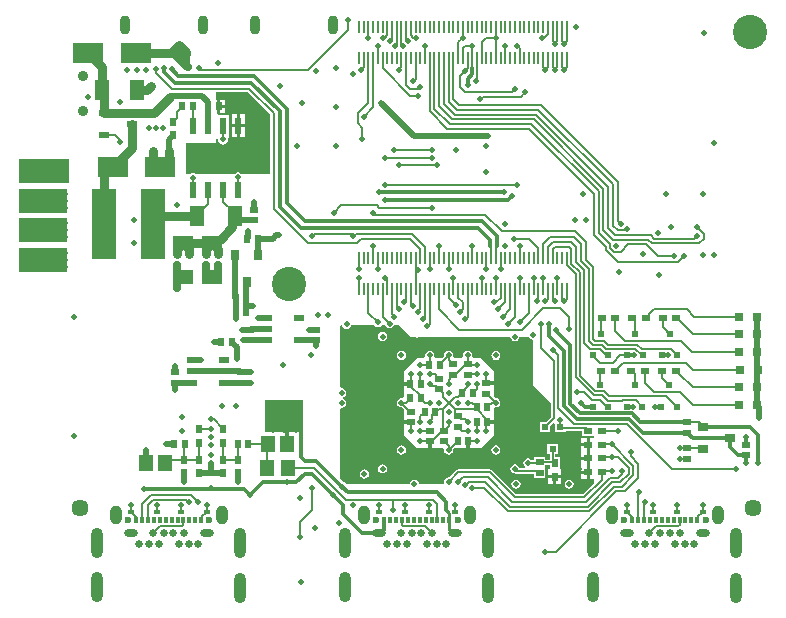
<source format=gbl>
G04*
G04 #@! TF.GenerationSoftware,Altium Limited,Altium Designer,19.0.15 (446)*
G04*
G04 Layer_Physical_Order=4*
G04 Layer_Color=16711680*
%FSLAX42Y42*%
%MOMM*%
G71*
G01*
G75*
%ADD10C,0.25*%
%ADD15C,0.20*%
%ADD16C,0.38*%
%ADD18C,0.15*%
%ADD25R,0.60X0.64*%
%ADD26R,0.75X0.60*%
%ADD27R,0.64X0.60*%
%ADD31R,0.60X0.75*%
%ADD53R,0.65X0.95*%
%ADD64R,1.30X1.40*%
%ADD131C,0.30*%
%ADD132C,0.51*%
%ADD133C,0.76*%
%ADD134C,0.64*%
%ADD135C,1.45*%
%ADD136C,0.90*%
%ADD137C,0.65*%
%ADD138O,1.15X0.65*%
%ADD139C,0.60*%
%ADD140O,1.00X1.60*%
%ADD141O,1.00X2.56*%
%ADD142O,0.90X1.60*%
%ADD143C,2.90*%
%ADD144C,0.46*%
%ADD145R,0.95X0.60*%
%ADD146R,0.80X0.80*%
%ADD147R,1.15X1.70*%
%ADD148R,1.80X1.30*%
%ADD149R,2.00X6.00*%
%ADD150R,0.60X1.45*%
%ADD151R,2.50X1.70*%
%ADD152R,1.30X1.80*%
%ADD153R,0.90X0.60*%
%ADD154R,0.60X0.55*%
%ADD155R,0.95X0.65*%
%ADD156R,0.50X0.30*%
%ADD157R,0.35X0.60*%
%ADD158R,1.15X1.35*%
%ADD159R,0.20X1.14*%
%ADD160R,4.10X2.00*%
%ADD161R,4.20X2.00*%
%ADD162R,3.20X2.80*%
G36*
X1759Y-883D02*
Y-1380D01*
X1515D01*
X1504Y-1372D01*
X1487Y-1369D01*
X1470Y-1372D01*
X1459Y-1380D01*
X1130Y-1380D01*
X1123Y-1375D01*
X1106Y-1372D01*
X1089Y-1375D01*
X1082Y-1380D01*
X1050D01*
Y-1120D01*
X1300D01*
Y-1086D01*
X1310Y-1077D01*
X1317Y-1087D01*
X1316Y-1090D01*
X1319Y-1107D01*
X1329Y-1121D01*
X1343Y-1131D01*
X1360Y-1134D01*
X1377Y-1131D01*
X1391Y-1121D01*
X1401Y-1107D01*
X1404Y-1090D01*
X1402Y-1081D01*
X1410Y-1068D01*
X1410D01*
Y-882D01*
X1320D01*
X1311Y-871D01*
X1310Y-869D01*
X1311Y-867D01*
X1311D01*
Y-810D01*
Y-753D01*
X1300D01*
Y-691D01*
X1567D01*
X1759Y-883D01*
D02*
G37*
G36*
X2638Y-2660D02*
X2643Y-2667D01*
X2655Y-2676D01*
X2670Y-2679D01*
X2685Y-2676D01*
X2697Y-2667D01*
X2702Y-2660D01*
X2733Y-2660D01*
X2734Y-2665D01*
X2743Y-2677D01*
X2755Y-2686D01*
X2770Y-2689D01*
X2785Y-2686D01*
X2797Y-2677D01*
X2806Y-2665D01*
X2807Y-2660D01*
X2850Y-2660D01*
X2950Y-2760D01*
X2991Y-2760D01*
X3000Y-2769D01*
Y-2940D01*
X2991Y-2949D01*
X2890Y-3050D01*
Y-3273D01*
X2877Y-3283D01*
X2870Y-3281D01*
X2855Y-3284D01*
X2843Y-3293D01*
X2834Y-3305D01*
X2831Y-3320D01*
X2834Y-3335D01*
X2843Y-3347D01*
X2855Y-3356D01*
X2870Y-3359D01*
X2872Y-3358D01*
X2890Y-3377D01*
Y-3590D01*
X3000Y-3700D01*
X3223D01*
X3233Y-3713D01*
X3231Y-3720D01*
X3234Y-3735D01*
X3243Y-3747D01*
X3255Y-3756D01*
X3270Y-3759D01*
X3285Y-3756D01*
X3297Y-3747D01*
X3306Y-3735D01*
X3309Y-3720D01*
X3308Y-3715D01*
X3323Y-3700D01*
X3540D01*
X3650Y-3590D01*
Y-3367D01*
X3663Y-3357D01*
X3670Y-3359D01*
X3685Y-3356D01*
X3697Y-3347D01*
X3706Y-3335D01*
X3709Y-3320D01*
X3706Y-3305D01*
X3697Y-3293D01*
X3685Y-3284D01*
X3670Y-3281D01*
X3668Y-3282D01*
X3650Y-3263D01*
Y-3050D01*
X3540Y-2940D01*
X3477D01*
X3467Y-2927D01*
X3469Y-2920D01*
X3466Y-2905D01*
X3457Y-2893D01*
X3445Y-2884D01*
X3430Y-2881D01*
X3415Y-2884D01*
X3403Y-2893D01*
X3394Y-2905D01*
X3391Y-2920D01*
X3393Y-2927D01*
X3383Y-2940D01*
X3317D01*
X3307Y-2927D01*
X3309Y-2920D01*
X3306Y-2905D01*
X3297Y-2893D01*
X3285Y-2884D01*
X3270Y-2881D01*
X3255Y-2884D01*
X3243Y-2893D01*
X3234Y-2905D01*
X3231Y-2920D01*
X3232Y-2922D01*
X3213Y-2940D01*
X3157D01*
X3147Y-2927D01*
X3149Y-2920D01*
X3146Y-2905D01*
X3137Y-2893D01*
X3125Y-2884D01*
X3110Y-2881D01*
X3095Y-2884D01*
X3083Y-2893D01*
X3074Y-2905D01*
X3071Y-2920D01*
X3073Y-2927D01*
X3063Y-2940D01*
X3000D01*
X3000Y-2769D01*
X3009Y-2760D01*
X3791D01*
X3794Y-2775D01*
X3803Y-2787D01*
X3815Y-2796D01*
X3830Y-2799D01*
X3845Y-2796D01*
X3857Y-2787D01*
X3866Y-2775D01*
X3869Y-2760D01*
X3950D01*
X3950Y-2761D01*
X3959Y-2773D01*
X3971Y-2782D01*
X3986Y-2785D01*
X3987Y-2785D01*
Y-3172D01*
X4134Y-3325D01*
Y-3442D01*
X4091Y-3485D01*
X4040D01*
Y-3570D01*
X4130D01*
Y-3519D01*
X4157Y-3492D01*
X4170Y-3497D01*
Y-3570D01*
X4260D01*
Y-3562D01*
X4397D01*
Y-3601D01*
X4500D01*
Y-3621D01*
X4465D01*
Y-3676D01*
X4453D01*
Y-3689D01*
X4390D01*
Y-3731D01*
X4390D01*
Y-3735D01*
X4390D01*
Y-3777D01*
X4452D01*
Y-3803D01*
X4390D01*
Y-3845D01*
X4390D01*
Y-3852D01*
X4390D01*
Y-3895D01*
X4453D01*
Y-3907D01*
X4465D01*
Y-3963D01*
X4500D01*
X4500Y-4001D01*
X4407Y-4094D01*
X3841D01*
X3638Y-3892D01*
X3630Y-3886D01*
X3620Y-3884D01*
X3350D01*
X3340Y-3886D01*
X3332Y-3892D01*
X3272Y-3952D01*
X3270Y-3951D01*
X3255Y-3954D01*
X3243Y-3963D01*
X3234Y-3975D01*
X3231Y-3990D01*
X3233Y-3997D01*
X3223Y-4010D01*
X3019D01*
X3016Y-3995D01*
X3007Y-3983D01*
X2995Y-3974D01*
X2980Y-3971D01*
X2965Y-3974D01*
X2953Y-3983D01*
X2944Y-3995D01*
X2941Y-4010D01*
X2402D01*
X2397Y-4003D01*
X2385Y-3994D01*
X2383Y-3994D01*
X2350Y-3961D01*
X2350Y-3373D01*
X2363Y-3362D01*
X2366Y-3363D01*
X2381Y-3360D01*
X2393Y-3351D01*
X2402Y-3339D01*
X2405Y-3324D01*
X2402Y-3309D01*
X2393Y-3297D01*
X2381Y-3288D01*
X2373Y-3286D01*
Y-3274D01*
X2381Y-3272D01*
X2393Y-3263D01*
X2402Y-3251D01*
X2405Y-3236D01*
X2402Y-3221D01*
X2393Y-3209D01*
X2381Y-3200D01*
X2366Y-3197D01*
X2363Y-3198D01*
X2350Y-3187D01*
X2350Y-2674D01*
X2361Y-2664D01*
X2369Y-2666D01*
X2370Y-2671D01*
X2379Y-2683D01*
X2391Y-2692D01*
X2406Y-2695D01*
X2421Y-2692D01*
X2433Y-2683D01*
X2442Y-2671D01*
X2444Y-2660D01*
X2638Y-2660D01*
D02*
G37*
%LPC*%
G36*
X1379Y-753D02*
X1337D01*
Y-797D01*
X1379D01*
Y-753D01*
D02*
G37*
G36*
Y-823D02*
X1337D01*
Y-867D01*
X1379D01*
Y-823D01*
D02*
G37*
G36*
X1542Y-877D02*
X1500D01*
Y-962D01*
X1542D01*
Y-877D01*
D02*
G37*
G36*
X1474D02*
X1432D01*
Y-962D01*
X1474D01*
Y-877D01*
D02*
G37*
G36*
X1542Y-988D02*
X1500D01*
Y-1073D01*
X1542D01*
Y-988D01*
D02*
G37*
G36*
X1474D02*
X1432D01*
Y-1073D01*
X1474D01*
Y-988D01*
D02*
G37*
G36*
X2710Y-2721D02*
X2695Y-2724D01*
X2683Y-2733D01*
X2674Y-2745D01*
X2671Y-2760D01*
X2674Y-2775D01*
X2683Y-2787D01*
X2695Y-2796D01*
X2710Y-2799D01*
X2725Y-2796D01*
X2737Y-2787D01*
X2746Y-2775D01*
X2749Y-2760D01*
X2746Y-2745D01*
X2737Y-2733D01*
X2725Y-2724D01*
X2710Y-2721D01*
D02*
G37*
G36*
X3670Y-2881D02*
X3655Y-2884D01*
X3643Y-2893D01*
X3634Y-2905D01*
X3631Y-2920D01*
X3634Y-2935D01*
X3643Y-2947D01*
X3655Y-2956D01*
X3670Y-2959D01*
X3685Y-2956D01*
X3697Y-2947D01*
X3706Y-2935D01*
X3709Y-2920D01*
X3706Y-2905D01*
X3697Y-2893D01*
X3685Y-2884D01*
X3670Y-2881D01*
D02*
G37*
G36*
X2870D02*
X2855Y-2884D01*
X2843Y-2893D01*
X2834Y-2905D01*
X2831Y-2920D01*
X2834Y-2935D01*
X2843Y-2947D01*
X2855Y-2956D01*
X2870Y-2959D01*
X2885Y-2956D01*
X2897Y-2947D01*
X2906Y-2935D01*
X2909Y-2920D01*
X2906Y-2905D01*
X2897Y-2893D01*
X2885Y-2884D01*
X2870Y-2881D01*
D02*
G37*
G36*
X4440Y-3621D02*
X4390D01*
Y-3663D01*
X4440D01*
Y-3621D01*
D02*
G37*
G36*
X3670Y-3681D02*
X3655Y-3684D01*
X3643Y-3693D01*
X3634Y-3705D01*
X3631Y-3720D01*
X3634Y-3735D01*
X3643Y-3747D01*
X3655Y-3756D01*
X3670Y-3759D01*
X3685Y-3756D01*
X3697Y-3747D01*
X3706Y-3735D01*
X3709Y-3720D01*
X3706Y-3705D01*
X3697Y-3693D01*
X3685Y-3684D01*
X3670Y-3681D01*
D02*
G37*
G36*
X2870D02*
X2855Y-3684D01*
X2843Y-3693D01*
X2834Y-3705D01*
X2831Y-3720D01*
X2834Y-3735D01*
X2843Y-3747D01*
X2855Y-3756D01*
X2870Y-3759D01*
X2885Y-3756D01*
X2897Y-3747D01*
X2906Y-3735D01*
X2909Y-3720D01*
X2906Y-3705D01*
X2897Y-3693D01*
X2885Y-3684D01*
X2870Y-3681D01*
D02*
G37*
G36*
X4195Y-3670D02*
X4105D01*
Y-3755D01*
X4127D01*
Y-3780D01*
X4125D01*
Y-3803D01*
X4087D01*
Y-3781D01*
X3993D01*
Y-3807D01*
X3970D01*
X3967Y-3803D01*
X3955Y-3794D01*
X3940Y-3791D01*
X3925Y-3794D01*
X3913Y-3803D01*
X3904Y-3815D01*
X3901Y-3830D01*
X3904Y-3845D01*
X3913Y-3857D01*
X3918Y-3861D01*
X3915Y-3874D01*
X3868D01*
X3866Y-3865D01*
X3857Y-3853D01*
X3845Y-3844D01*
X3830Y-3841D01*
X3815Y-3844D01*
X3803Y-3853D01*
X3794Y-3865D01*
X3791Y-3880D01*
X3794Y-3895D01*
X3803Y-3907D01*
X3815Y-3916D01*
X3830Y-3919D01*
X3832Y-3918D01*
X3840Y-3924D01*
X3850Y-3926D01*
X3993D01*
Y-3959D01*
X4087D01*
Y-3849D01*
X4125D01*
Y-3885D01*
X4115D01*
Y-3935D01*
X4170D01*
X4225D01*
Y-3885D01*
X4215D01*
Y-3780D01*
X4173D01*
Y-3755D01*
X4195D01*
Y-3670D01*
D02*
G37*
G36*
X2710Y-3841D02*
X2695Y-3844D01*
X2683Y-3853D01*
X2674Y-3865D01*
X2671Y-3880D01*
X2674Y-3895D01*
X2683Y-3907D01*
X2695Y-3916D01*
X2710Y-3919D01*
X2725Y-3916D01*
X2737Y-3907D01*
X2746Y-3895D01*
X2749Y-3880D01*
X2746Y-3865D01*
X2737Y-3853D01*
X2725Y-3844D01*
X2710Y-3841D01*
D02*
G37*
G36*
X2556Y-3885D02*
X2541Y-3888D01*
X2529Y-3897D01*
X2520Y-3909D01*
X2517Y-3924D01*
X2520Y-3939D01*
X2529Y-3951D01*
X2541Y-3960D01*
X2556Y-3963D01*
X2571Y-3960D01*
X2583Y-3951D01*
X2592Y-3939D01*
X2595Y-3924D01*
X2592Y-3909D01*
X2583Y-3897D01*
X2571Y-3888D01*
X2556Y-3885D01*
D02*
G37*
G36*
X4440Y-3920D02*
X4390D01*
Y-3963D01*
X4440D01*
Y-3920D01*
D02*
G37*
G36*
X4225Y-3960D02*
X4183D01*
Y-4010D01*
X4225D01*
Y-3960D01*
D02*
G37*
G36*
X4157D02*
X4115D01*
Y-4010D01*
X4157D01*
Y-3960D01*
D02*
G37*
G36*
X4290Y-3971D02*
X4275Y-3974D01*
X4263Y-3983D01*
X4254Y-3995D01*
X4251Y-4010D01*
X4254Y-4025D01*
X4263Y-4037D01*
X4275Y-4046D01*
X4290Y-4049D01*
X4305Y-4046D01*
X4317Y-4037D01*
X4326Y-4025D01*
X4329Y-4010D01*
X4326Y-3995D01*
X4317Y-3983D01*
X4305Y-3974D01*
X4290Y-3971D01*
D02*
G37*
G36*
X3840D02*
X3825Y-3974D01*
X3813Y-3983D01*
X3804Y-3995D01*
X3801Y-4010D01*
X3804Y-4025D01*
X3813Y-4037D01*
X3825Y-4046D01*
X3840Y-4049D01*
X3855Y-4046D01*
X3867Y-4037D01*
X3876Y-4025D01*
X3879Y-4010D01*
X3876Y-3995D01*
X3867Y-3983D01*
X3855Y-3974D01*
X3840Y-3971D01*
D02*
G37*
%LPD*%
D10*
X4453Y-3790D02*
Y-3676D01*
Y-3907D02*
Y-3790D01*
X3270Y-4278D02*
Y-4251D01*
X3250Y-4231D02*
X3270Y-4251D01*
X3275Y-4397D02*
X3302Y-4424D01*
X3320D01*
X3275Y-4397D02*
Y-4310D01*
X3270Y-4278D02*
X3270Y-4278D01*
Y-4305D02*
Y-4278D01*
Y-4305D02*
X3275Y-4310D01*
D15*
X2445Y-1890D02*
X2465Y-1910D01*
X3550Y-270D02*
X3590Y-230D01*
X3670D01*
X3550Y-400D02*
Y-270D01*
X3880Y-730D02*
X3920Y-690D01*
X1170Y-500D02*
X2080D01*
X2420Y-160D01*
Y-80D01*
X3850Y-300D02*
X3870Y-320D01*
Y-400D02*
Y-320D01*
X3563Y-730D02*
X3880D01*
X3543Y-750D02*
X3563Y-730D01*
X3538Y-750D02*
X3543D01*
X3370Y-650D02*
X3405Y-685D01*
X3805D02*
X3830Y-660D01*
X3405Y-685D02*
X3805D01*
X3500Y-600D02*
X3510Y-590D01*
X4700Y-1780D02*
Y-1450D01*
X4050Y-800D02*
X4700Y-1450D01*
X3360Y-800D02*
X4050D01*
X4660Y-1820D02*
Y-1470D01*
X4030Y-840D02*
X4660Y-1470D01*
X3340Y-840D02*
X4030D01*
X4620Y-1840D02*
Y-1490D01*
X4010Y-880D02*
X4620Y-1490D01*
X3320Y-880D02*
X4010D01*
X4580Y-1860D02*
Y-1510D01*
X3990Y-920D02*
X4580Y-1510D01*
X3300Y-920D02*
X3990D01*
X4540Y-1880D02*
Y-1530D01*
X3970Y-960D02*
X4540Y-1530D01*
X3280Y-960D02*
X3970D01*
X4500Y-1900D02*
Y-1550D01*
X3950Y-1000D02*
X4500Y-1550D01*
X3260Y-1000D02*
X3950D01*
X4160Y-3453D02*
Y-2965D01*
X4050Y-2855D02*
X4160Y-2965D01*
X4050Y-2855D02*
Y-2650D01*
X2730Y-1480D02*
X3850D01*
X3370Y-650D02*
Y-550D01*
X3410Y-510D01*
X3470Y-490D02*
Y-400D01*
X3470Y-400D01*
X2990Y-2200D02*
Y-2180D01*
Y-2220D02*
Y-2200D01*
X3670Y-400D02*
Y-230D01*
X3350Y-270D02*
X3390Y-230D01*
X3350Y-400D02*
Y-270D01*
X3110Y-850D02*
X3260Y-1000D01*
X3110Y-850D02*
Y-400D01*
X3150Y-830D02*
X3280Y-960D01*
X3150Y-830D02*
Y-400D01*
X3190Y-810D02*
X3300Y-920D01*
X3190Y-810D02*
Y-400D01*
X3230Y-790D02*
X3320Y-880D01*
X3230Y-790D02*
Y-400D01*
X3270Y-770D02*
X3340Y-840D01*
X3270Y-770D02*
Y-400D01*
X3310Y-750D02*
X3360Y-800D01*
X3310Y-750D02*
Y-400D01*
X5700Y-3880D02*
X5700Y-3880D01*
X5158Y-3880D02*
X5700D01*
X2110Y-4231D02*
Y-4040D01*
X2010Y-4331D02*
X2110Y-4231D01*
X2010Y-4460D02*
Y-4331D01*
X4776Y-3498D02*
X5158Y-3880D01*
X4763Y-4067D02*
X4875Y-3955D01*
X4691Y-4067D02*
X4763D01*
X4178Y-4580D02*
X4691Y-4067D01*
X4740Y-4030D02*
X4834Y-3936D01*
X4669Y-4030D02*
X4740D01*
X4459Y-4240D02*
X4669Y-4030D01*
X4721Y-3994D02*
X4795Y-3920D01*
X4652Y-3994D02*
X4721D01*
X4446Y-4200D02*
X4652Y-3994D01*
X4705Y-3955D02*
X4740Y-3920D01*
X4637Y-3955D02*
X4705D01*
X4432Y-4160D02*
X4637Y-3955D01*
X4875D02*
Y-3837D01*
X4810Y-3772D02*
X4875Y-3837D01*
X4810Y-3772D02*
Y-3740D01*
X4740Y-3920D02*
Y-3897D01*
X4795Y-3920D02*
Y-3870D01*
X4705Y-3780D02*
X4795Y-3870D01*
X4650Y-3780D02*
X4705D01*
X4834Y-3936D02*
Y-3854D01*
X4650Y-3670D02*
X4834Y-3854D01*
X4565Y-3556D02*
X4700D01*
X4567Y-3907D02*
X4577Y-3897D01*
X4652D01*
X4567Y-3790D02*
X4578Y-3780D01*
X4650D01*
X4574Y-3670D02*
X4650D01*
X4567Y-3676D02*
X4574Y-3670D01*
X4418Y-4120D02*
X4567Y-3970D01*
Y-3907D01*
X4090Y-4580D02*
X4178D01*
X4360Y-3230D02*
X4417D01*
X4484Y-3297D01*
X4555D01*
X4596Y-3337D01*
X4601D01*
X4618Y-3355D01*
X4105Y-3508D02*
X4160Y-3453D01*
X4105Y-3510D02*
Y-3508D01*
X4088Y-3528D02*
X4105Y-3510D01*
X4085Y-3528D02*
X4088D01*
X4290Y-2692D02*
Y-2596D01*
X4200Y-3363D02*
Y-2920D01*
X4150Y-2870D02*
X4200Y-2920D01*
Y-3363D02*
X4335Y-3498D01*
X4214Y-2520D02*
X4290Y-2596D01*
X4070Y-2520D02*
X4214D01*
X3889Y-2701D02*
X4070Y-2520D01*
X2130Y-1890D02*
X2445D01*
X2080Y-1970D02*
X2490D01*
X1790Y-1680D02*
X2080Y-1970D01*
X1790Y-1680D02*
Y-870D01*
X2110Y-1910D02*
X2130Y-1890D01*
X2485D02*
X2962D01*
X2465Y-1910D02*
X2485Y-1890D01*
X2530Y-1930D02*
X2940D01*
X2490Y-1970D02*
X2530Y-1930D01*
X2360Y-1650D02*
X2660D01*
X2680Y-1670D02*
X3130D01*
X2660Y-1650D02*
X2680Y-1670D01*
X3430Y-490D02*
Y-400D01*
X3410Y-510D02*
X3430Y-490D01*
X3510Y-590D02*
Y-400D01*
X3410Y-300D02*
X3470D01*
X3390Y-320D02*
X3410Y-300D01*
X3390Y-400D02*
Y-320D01*
X4491Y-2920D02*
X4494D01*
X4490D02*
X4491D01*
X4511Y-2941D02*
X4550Y-2980D01*
X4511Y-2941D02*
Y-2937D01*
X4494Y-2920D02*
X4511Y-2937D01*
X4550Y-2980D02*
X4665D01*
X4725Y-2920D01*
X4783D01*
X4346Y-3106D02*
X4498Y-3258D01*
X4384Y-3094D02*
X4513Y-3223D01*
X4384Y-3094D02*
Y-2217D01*
X5341Y-3340D02*
X5731D01*
X5231Y-3230D02*
X5341Y-3340D01*
X5007Y-3230D02*
X5231D01*
X4933Y-3155D02*
X5007Y-3230D01*
X4933Y-3155D02*
Y-3050D01*
X5335Y-3190D02*
X5731D01*
X5222Y-3077D02*
X5335Y-3190D01*
X5222Y-3077D02*
Y-3070D01*
X5202Y-3050D02*
X5222Y-3070D01*
X5195Y-3050D02*
X5202D01*
X5338Y-3040D02*
X5731D01*
X5278Y-2980D02*
X5338Y-3040D01*
X4745Y-2980D02*
X5278D01*
X4702Y-3023D02*
X4745Y-2980D01*
X4702Y-3030D02*
Y-3023D01*
X4682Y-3050D02*
X4702Y-3030D01*
X4675Y-3050D02*
X4682D01*
X5080Y-3112D02*
X5117Y-3149D01*
Y-3152D02*
Y-3149D01*
Y-3152D02*
X5135Y-3169D01*
X5137D01*
X5080Y-3112D02*
Y-3050D01*
X4817D02*
X4825D01*
X4845Y-3070D01*
Y-3081D02*
Y-3070D01*
Y-3081D02*
X4845Y-3082D01*
Y-3169D02*
Y-3082D01*
X4553Y-3057D02*
X4560Y-3050D01*
X4553Y-3170D02*
Y-3057D01*
X5350Y-2590D02*
X5731D01*
X5290Y-2530D02*
X5350Y-2590D01*
X5007Y-2530D02*
X5290D01*
X4965Y-2572D02*
X5007Y-2530D01*
X4965Y-2579D02*
Y-2572D01*
X4945Y-2599D02*
X4965Y-2579D01*
X4938Y-2599D02*
X4945D01*
X5338Y-2740D02*
X5731D01*
X5225Y-2627D02*
X5338Y-2740D01*
X5225Y-2627D02*
Y-2619D01*
X5205Y-2599D02*
X5225Y-2619D01*
X5197Y-2599D02*
X5205D01*
X5331Y-2890D02*
X5731D01*
X5237Y-2796D02*
X5331Y-2890D01*
X4761Y-2796D02*
X5237D01*
X4680Y-2715D02*
X4761Y-2796D01*
X4680Y-2715D02*
Y-2599D01*
X5083Y-2677D02*
X5120Y-2715D01*
Y-2718D02*
Y-2715D01*
Y-2718D02*
X5138Y-2735D01*
X5140D01*
X5083Y-2677D02*
Y-2599D01*
X4822D02*
X4828D01*
X4848Y-2619D01*
Y-2735D02*
Y-2619D01*
X4556Y-2608D02*
X4565Y-2599D01*
X4556Y-2735D02*
Y-2608D01*
X4420Y-2817D02*
X4470Y-2867D01*
X4456Y-2798D02*
X4489Y-2832D01*
X4491Y-2777D02*
X4510Y-2796D01*
X4491Y-2777D02*
Y-2170D01*
X4430Y-2109D02*
X4491Y-2170D01*
X4430Y-2109D02*
Y-1960D01*
X4456Y-2798D02*
Y-2186D01*
X4390Y-2120D02*
X4456Y-2186D01*
X4390Y-2120D02*
Y-1980D01*
X4420Y-2817D02*
Y-2200D01*
X4350Y-2130D02*
X4420Y-2200D01*
X4350Y-2130D02*
Y-2000D01*
X4346Y-3106D02*
Y-2232D01*
X4270Y-2156D02*
X4346Y-2232D01*
X4470Y-2867D02*
X4552D01*
X4489Y-2832D02*
X4567D01*
X4510Y-2796D02*
X4582D01*
X2300Y-1710D02*
X2360Y-1650D01*
X484Y-1110D02*
Y-1094D01*
X445Y-1055D02*
X484Y-1094D01*
X355Y-1055D02*
X445D01*
X4572Y-3258D02*
X4616Y-3302D01*
X4498Y-3258D02*
X4572D01*
X5113Y-3265D02*
X5202Y-3354D01*
X4629Y-3265D02*
X5113D01*
X4587Y-3223D02*
X4629Y-3265D01*
X4513Y-3223D02*
X4587D01*
X4857Y-3301D02*
X4910Y-3354D01*
X4740Y-3301D02*
X4857D01*
X4739Y-3302D02*
X4740Y-3301D01*
X4616Y-3302D02*
X4739D01*
X4335Y-3498D02*
X4776D01*
X4775Y-3360D02*
X4780Y-3354D01*
X5152Y-2867D02*
X5205Y-2920D01*
X4903Y-2867D02*
X5152D01*
X4867Y-2832D02*
X4903Y-2867D01*
X4617Y-2832D02*
X4867D01*
X4582Y-2796D02*
X4617Y-2832D01*
X4852Y-2867D02*
X4905Y-2920D01*
X4603Y-2867D02*
X4852D01*
X4567Y-2832D02*
X4603Y-2867D01*
X4552D02*
X4605Y-2920D01*
X4250Y-2460D02*
X4270Y-2440D01*
X4230Y-2440D02*
X4250Y-2460D01*
X4150Y-2440D02*
X4170Y-2460D01*
X4110Y-2440D02*
Y-2360D01*
X4090Y-2460D02*
X4110Y-2440D01*
X4215Y-3528D02*
Y-3465D01*
X4310Y-2142D02*
X4384Y-2217D01*
X4565Y-3556D02*
X4577Y-3568D01*
X4215Y-3528D02*
X4224Y-3536D01*
X4430D01*
X4450Y-3556D01*
X3830Y-4120D02*
X4418D01*
X3810Y-4160D02*
X4432D01*
X3790Y-4200D02*
X4446D01*
X3770Y-4240D02*
X4459D01*
X3190Y-2530D02*
X3360Y-2700D01*
X3748D01*
X3749Y-2701D01*
X3889D01*
X4270Y-2156D02*
Y-2096D01*
X3190D02*
Y-1990D01*
X3270Y-2190D02*
Y-2096D01*
X3110Y-2096D02*
X3110Y-2096D01*
X3110Y-2190D02*
Y-2096D01*
X2990Y-2360D02*
Y-2220D01*
X3010Y-2200D01*
X2990Y-2180D02*
Y-2096D01*
Y-2180D02*
X3010Y-2200D01*
X2990D02*
X3010D01*
X2730Y-2260D02*
X2750Y-2280D01*
Y-2360D02*
Y-2280D01*
X2870Y-480D02*
Y-400D01*
X2850Y-500D02*
X2870Y-480D01*
X2670Y-400D02*
Y-300D01*
X3070D02*
X3070Y-300D01*
Y-400D02*
Y-300D01*
X3470Y-300D02*
X3470Y-300D01*
Y-400D02*
Y-300D01*
X3750Y-400D02*
Y-300D01*
X4250Y-500D02*
X4270Y-480D01*
Y-400D01*
X4230Y-480D02*
X4250Y-500D01*
X4230Y-480D02*
Y-400D01*
X4170Y-500D02*
X4190Y-480D01*
Y-400D01*
X4150Y-480D02*
X4170Y-500D01*
X4150Y-480D02*
Y-400D01*
X4250Y-280D02*
X4270Y-260D01*
Y-136D01*
X4230Y-260D02*
X4250Y-280D01*
X4230Y-260D02*
Y-136D01*
X4170Y-280D02*
X4190Y-260D01*
Y-136D01*
X4150Y-260D02*
X4170Y-280D01*
X4150Y-260D02*
Y-136D01*
X4060Y-230D02*
X4080D01*
X4110Y-200D01*
Y-136D01*
X3670Y-230D02*
Y-136D01*
X3390Y-230D02*
Y-136D01*
X2590Y-230D02*
X2590Y-230D01*
Y-136D01*
X2820Y-300D02*
X2830Y-290D01*
Y-136D01*
X2870Y-290D02*
X2880Y-300D01*
X2870Y-290D02*
Y-136D01*
X2770Y-260D02*
X2790Y-240D01*
Y-136D01*
X2910Y-240D02*
X2930Y-260D01*
X2910Y-240D02*
Y-136D01*
X2710Y-230D02*
X2730D01*
X2970D02*
X2990D01*
X2730D02*
X2750Y-210D01*
Y-136D01*
X2950Y-210D02*
X2970Y-230D01*
X2950Y-210D02*
Y-136D01*
X3470Y-1990D02*
X3470Y-1990D01*
Y-2096D02*
Y-1990D01*
X4190Y-2360D02*
Y-2260D01*
X4070Y-2360D02*
Y-2260D01*
X3990D02*
X3990Y-2260D01*
Y-2360D02*
Y-2260D01*
X3870Y-2260D02*
X3870Y-2260D01*
Y-2360D02*
Y-2260D01*
X3670Y-2360D02*
Y-2260D01*
X3710Y-2190D02*
Y-2096D01*
X3590Y-2190D02*
X3590Y-2190D01*
Y-2096D01*
X3550Y-2360D02*
Y-2260D01*
X3310Y-2360D02*
Y-2260D01*
X2510Y-2360D02*
Y-2260D01*
X2670Y-2190D02*
Y-2096D01*
X2510Y-2190D02*
Y-2096D01*
X3950Y-2560D02*
Y-2360D01*
X3870Y-2640D02*
X3950Y-2560D01*
X3830Y-2590D02*
Y-2360D01*
X3770Y-2650D02*
X3830Y-2590D01*
X3790Y-2530D02*
Y-2360D01*
X3730Y-2590D02*
X3790Y-2530D01*
X3750Y-2470D02*
Y-2360D01*
X3690Y-2530D02*
X3750Y-2470D01*
X3710Y-2430D02*
Y-2360D01*
X3670Y-2470D02*
X3710Y-2430D01*
X3650Y-2470D02*
X3670D01*
X3430Y-2590D02*
Y-2360D01*
X3410Y-2610D02*
X3430Y-2590D01*
X3350Y-2430D02*
Y-2360D01*
Y-2430D02*
X3390Y-2470D01*
Y-2530D02*
Y-2470D01*
X3370Y-2550D02*
X3390Y-2530D01*
X3270Y-2430D02*
Y-2360D01*
Y-2430D02*
X3330Y-2490D01*
X2590Y-2560D02*
Y-2360D01*
Y-2560D02*
X2670Y-2640D01*
X2950Y-2480D02*
Y-2360D01*
X3030Y-2530D02*
Y-2360D01*
X2710Y-2590D02*
Y-2360D01*
X2830Y-2510D02*
Y-2360D01*
X3070Y-2590D02*
Y-2360D01*
X2790Y-2570D02*
Y-2360D01*
X2910Y-2450D02*
Y-2360D01*
X3110Y-2650D02*
Y-2360D01*
X2950Y-2480D02*
X2970Y-2500D01*
X2890Y-2470D02*
X2910Y-2450D01*
X2830Y-2510D02*
X2850Y-2530D01*
X2790Y-2570D02*
X2810Y-2590D01*
X2710D02*
X2770Y-2650D01*
X3010Y-2550D02*
X3030Y-2530D01*
X3050Y-2610D02*
X3070Y-2590D01*
X3090Y-2670D02*
X3110Y-2650D01*
X5386Y-3486D02*
X5425Y-3525D01*
X5290Y-3486D02*
X5386D01*
X5226Y-3706D02*
X5290D01*
X5226Y-3794D02*
X5290D01*
X5416Y-3706D02*
X5425Y-3715D01*
X5290Y-3706D02*
X5416D01*
X3590Y-3560D02*
Y-3484D01*
X3594Y-3480D01*
X3506Y-3376D02*
X3594Y-3464D01*
X3506Y-3376D02*
X3506Y-3376D01*
X3506Y-3360D02*
X3506Y-3360D01*
X3496Y-3370D02*
X3506Y-3360D01*
X3506Y-3376D02*
Y-3360D01*
Y-3376D02*
Y-3376D01*
X3506Y-3360D02*
Y-3360D01*
Y-3376D02*
Y-3360D01*
X3594Y-3480D02*
Y-3464D01*
X3570Y-4040D02*
X3770Y-4240D01*
X3580Y-3990D02*
X3790Y-4200D01*
X3600Y-3950D02*
X3810Y-4160D01*
X3620Y-3910D02*
X3830Y-4120D01*
Y-3880D02*
X3850Y-3900D01*
X4026D01*
X4040Y-3914D01*
X3434Y-3000D02*
X3510D01*
X3430Y-2996D02*
X3434Y-3000D01*
X3030D02*
X3106D01*
X2950Y-3156D02*
Y-3080D01*
X2946Y-3160D02*
X2950Y-3156D01*
X3590Y-3156D02*
Y-3080D01*
X3434Y-3640D02*
X3510D01*
X3030D02*
X3106D01*
X3110Y-3644D01*
X2950Y-3560D02*
Y-3484D01*
X3074Y-3320D02*
X3110D01*
X3034Y-3280D02*
X3074Y-3320D01*
X3270Y-3124D02*
X3310Y-3084D01*
X3270Y-3160D02*
Y-3124D01*
X3430Y-3320D02*
X3466D01*
X3506Y-3360D01*
X3270Y-3516D02*
Y-3480D01*
X3230Y-3556D02*
X3270Y-3516D01*
X3110Y-3480D02*
X3130Y-3460D01*
Y-3424D01*
X3154Y-3400D01*
X3410Y-3460D02*
X3430Y-3480D01*
X3374Y-3460D02*
X3410D01*
X3350Y-3436D02*
X3374Y-3460D01*
X3110Y-3160D02*
X3130Y-3180D01*
X3166D01*
X3430Y-3180D02*
Y-3160D01*
X3410Y-3200D02*
X3430Y-3180D01*
X3410Y-3216D02*
Y-3200D01*
X3386Y-3240D02*
X3410Y-3216D01*
X3030Y-3156D02*
Y-3080D01*
Y-3156D02*
X3034Y-3160D01*
X3434Y-3080D02*
X3510D01*
X3430Y-3084D02*
X3434Y-3080D01*
X3510Y-3560D02*
Y-3484D01*
X3506Y-3480D02*
X3510Y-3484D01*
X3030Y-3560D02*
X3106D01*
X3110Y-3556D01*
X3030Y-3436D02*
X3066Y-3400D01*
X3030Y-3480D02*
Y-3436D01*
X3154Y-3080D02*
X3190Y-3116D01*
X3110Y-3080D02*
X3154D01*
X3474Y-3240D02*
X3510Y-3204D01*
Y-3160D01*
X3350Y-3524D02*
X3386Y-3560D01*
X3430D01*
X3270Y-3720D02*
Y-3716D01*
X3346Y-3640D01*
X3230Y-3644D02*
X3270Y-3684D01*
Y-3716D02*
Y-3684D01*
X3590Y-3244D02*
X3594D01*
X3670Y-3320D01*
X3594Y-3360D02*
X3634Y-3320D01*
X3670D01*
X3194Y-3000D02*
Y-2996D01*
X3270Y-2920D01*
Y-2956D02*
X3310Y-2996D01*
X3270Y-2956D02*
Y-2920D01*
X2946Y-3396D02*
X2950D01*
X2870Y-3320D02*
X2946Y-3396D01*
X2906Y-3320D02*
X2946Y-3280D01*
X2870Y-3320D02*
X2906D01*
X3350Y-3436D02*
Y-3430D01*
X3220Y-3270D02*
Y-3234D01*
Y-3270D02*
X3270Y-3320D01*
X3380Y-3240D02*
X3386D01*
X3350Y-3270D02*
X3380Y-3240D01*
X3320Y-3270D02*
X3350D01*
X3270Y-3320D02*
X3320Y-3270D01*
X3320Y-3406D02*
X3350Y-3436D01*
X3320Y-3406D02*
Y-3370D01*
X3270Y-3320D02*
X3320Y-3370D01*
X3154Y-3400D02*
X3160D01*
X3190Y-3370D01*
X3220D01*
X3270Y-3320D01*
X3320Y-3370D02*
X3496D01*
X3220Y-3546D02*
Y-3370D01*
Y-3546D02*
X3230Y-3556D01*
X3214D02*
X3230D01*
X3126Y-3644D02*
X3214Y-3556D01*
X3110Y-3644D02*
X3126D01*
X3326Y-3084D02*
X3414Y-2996D01*
X3310Y-3084D02*
X3326D01*
X2946Y-3176D02*
Y-3160D01*
Y-3176D02*
X3034Y-3264D01*
Y-3280D02*
Y-3264D01*
X4780Y-4241D02*
Y-4190D01*
X5000Y-4241D02*
Y-4190D01*
X5200Y-4241D02*
Y-4190D01*
X5420Y-4241D02*
Y-4190D01*
X5375Y-4310D02*
Y-4286D01*
X5420Y-4241D01*
X4825Y-4310D02*
Y-4286D01*
X4780Y-4241D02*
X4825Y-4286D01*
X4925Y-4165D02*
X4930Y-4160D01*
X4925Y-4310D02*
Y-4165D01*
X4875Y-4085D02*
X4880Y-4080D01*
X4875Y-4310D02*
Y-4085D01*
X5225Y-4355D02*
Y-4310D01*
X5215Y-4365D02*
X5225Y-4355D01*
X5029Y-4365D02*
X5215D01*
X4970Y-4424D02*
X5029Y-4365D01*
X580Y-4241D02*
Y-4190D01*
X800Y-4241D02*
Y-4190D01*
X1000Y-4241D02*
Y-4190D01*
X1220Y-4241D02*
Y-4190D01*
X625Y-4310D02*
Y-4286D01*
X580Y-4241D02*
X625Y-4286D01*
X1175Y-4310D02*
Y-4286D01*
X1220Y-4241D01*
X1025Y-4355D02*
Y-4310D01*
X1015Y-4365D02*
X1025Y-4355D01*
X829Y-4365D02*
X1015D01*
X770Y-4424D02*
X829Y-4365D01*
X725Y-4310D02*
Y-4185D01*
X770Y-4140D01*
X1050D01*
X1070Y-4160D01*
X675Y-4310D02*
Y-4178D01*
X753Y-4099D01*
X1089D02*
X1150Y-4160D01*
X3320Y-4241D02*
Y-4190D01*
X2875Y-4355D02*
Y-4310D01*
Y-4355D02*
X2885Y-4365D01*
X3071D01*
X3130Y-4424D01*
X3470Y-4040D02*
X3570D01*
X3410Y-4020D02*
X3440Y-3990D01*
X3580D01*
X3350D02*
X3390Y-3950D01*
X3600D01*
X3270Y-3990D02*
X3350Y-3910D01*
X3620D01*
X3106Y-3000D02*
X3110Y-2996D01*
Y-2920D01*
X3430Y-2996D02*
Y-2920D01*
X3430Y-2920D01*
X3414Y-2996D02*
X3430D01*
X3430D01*
X2630Y-820D02*
Y-400D01*
X2550Y-900D02*
X2630Y-820D01*
X2590Y-780D02*
Y-400D01*
X3670Y-2000D02*
X3680Y-1990D01*
X3670Y-2096D02*
Y-2000D01*
X3620Y-1990D02*
X3630Y-2000D01*
Y-2096D02*
Y-2000D01*
X1580Y-660D02*
X1790Y-870D01*
X795Y-525D02*
Y-495D01*
Y-525D02*
X930Y-660D01*
X1580D01*
X1106Y-975D02*
Y-812D01*
X1104Y-810D02*
X1106Y-812D01*
X970Y-856D02*
X1016Y-810D01*
X970Y-912D02*
Y-856D01*
X940Y-943D02*
X970Y-912D01*
X1360Y-1090D02*
Y-975D01*
X1360Y-975D02*
X1360Y-975D01*
X1360Y-1620D02*
Y-1520D01*
Y-1620D02*
X1457Y-1717D01*
Y-1740D02*
Y-1717D01*
X1233Y-1637D02*
Y-1520D01*
X1143Y-1727D02*
X1233Y-1637D01*
X1143Y-1740D02*
Y-1727D01*
X1487Y-1520D02*
Y-1413D01*
X1106Y-1520D02*
Y-1416D01*
X1160Y-490D02*
X1170Y-500D01*
X3175Y-4310D02*
Y-4175D01*
X3100Y-4241D02*
Y-4190D01*
X2900Y-4241D02*
Y-4190D01*
X2680Y-4241D02*
Y-4190D01*
X1486Y-3799D02*
X1490Y-3803D01*
X1486Y-3799D02*
Y-3670D01*
X1574D02*
X1740D01*
X870Y-3830D02*
X898Y-3803D01*
X1030D01*
Y-3674D02*
X1034Y-3670D01*
X1030Y-3803D02*
Y-3674D01*
Y-3803D02*
X1160D01*
Y-3658D01*
X1360Y-3803D02*
X1490D01*
X1360D02*
Y-3658D01*
Y-3542D02*
Y-3540D01*
X2800Y-4230D02*
Y-4140D01*
X3140D02*
X3175Y-4175D01*
X2800Y-4140D02*
X3140D01*
X753Y-4099D02*
X1089D01*
X710Y-3830D02*
X710Y-3830D01*
X1733Y-3870D02*
Y-3678D01*
X1740Y-3670D01*
X1908Y-3870D02*
X2130D01*
X2400Y-4140D01*
X2800D01*
X1160Y-3542D02*
X1162Y-3540D01*
X1260D01*
X1280Y-3460D02*
X1360Y-3540D01*
X1260Y-3460D02*
X1280D01*
X5370Y-1833D02*
X5430Y-1892D01*
X4070Y-480D02*
Y-400D01*
Y-480D02*
X4090Y-500D01*
X4110Y-480D02*
Y-400D01*
X4090Y-500D02*
X4110Y-480D01*
X2540Y-1090D02*
Y-990D01*
X2500Y-950D02*
Y-870D01*
X2590Y-780D01*
X2500Y-950D02*
X2540Y-990D01*
X2990Y-580D02*
Y-400D01*
X2970Y-600D02*
X2990Y-580D01*
X2910Y-630D02*
Y-400D01*
Y-630D02*
X2940Y-660D01*
X3020D01*
X2710Y-490D02*
Y-400D01*
Y-490D02*
X2940Y-720D01*
X3010D01*
X3020Y-660D02*
X3030Y-650D01*
X3190Y-2530D02*
Y-2360D01*
X4150Y-2096D02*
Y-2020D01*
X4170Y-2000D01*
X4290D01*
X4310Y-2020D01*
Y-2142D02*
Y-2020D01*
X4110Y-2096D02*
Y-2000D01*
X4150Y-1960D01*
X4310D01*
X4350Y-2000D01*
X4070Y-2096D02*
Y-1980D01*
X4130Y-1920D01*
X4330D01*
X4390Y-1980D01*
X4230Y-2440D02*
Y-2360D01*
X4270Y-2440D02*
Y-2360D01*
X4150Y-2440D02*
Y-2360D01*
X4030Y-2450D02*
Y-2360D01*
X4020Y-2460D02*
X4030Y-2450D01*
X5350Y-1930D02*
X5370Y-1910D01*
X5390Y-1970D02*
X5430Y-1930D01*
Y-1892D01*
X4700Y-1780D02*
X4730Y-1810D01*
X4700Y-1860D02*
X4770D01*
X4780Y-1850D01*
X4660Y-1820D02*
X4700Y-1860D01*
X4680Y-1900D02*
X4980D01*
X5010Y-1930D01*
X4620Y-1840D02*
X4680Y-1900D01*
X5010Y-1930D02*
X5350D01*
X4580Y-1860D02*
X4660Y-1940D01*
X4960D01*
X4990Y-1970D01*
X5390D01*
X4540Y-1880D02*
X4640Y-1980D01*
Y-2010D02*
Y-1980D01*
Y-2010D02*
X4670Y-2040D01*
X4730D01*
X4790Y-1980D01*
X4940D01*
X5040Y-2080D01*
X5180D01*
X4500Y-1900D02*
X4600Y-2000D01*
Y-2030D02*
Y-2000D01*
Y-2030D02*
X4700Y-2130D01*
X5210D01*
X5260Y-2080D01*
X2630Y-2096D02*
Y-1990D01*
X3030Y-2096D02*
Y-2020D01*
X2940Y-1930D02*
X3030Y-2020D01*
X2962Y-1890D02*
X3070Y-1998D01*
Y-2096D02*
Y-1998D01*
X2630Y-1710D02*
X2650Y-1730D01*
X3580D01*
X3870Y-2096D02*
Y-1990D01*
X3870Y-1990D02*
X3870Y-1990D01*
X4030Y-2096D02*
Y-2010D01*
X3950Y-1930D02*
X4030Y-2010D01*
X3820Y-1930D02*
X3950D01*
X3580Y-1730D02*
X3720Y-1870D01*
X4340D01*
X4430Y-1960D01*
X2730Y-1250D02*
X3130D01*
X2810Y-1180D02*
X3130D01*
X2850Y-1310D02*
X3170D01*
X3174Y-1306D01*
X2550Y-480D02*
Y-400D01*
X2530Y-500D02*
X2550Y-480D01*
X3166Y-3180D02*
X3220Y-3234D01*
D16*
X690Y-4050D02*
X1250D01*
X5015Y-3355D02*
X5015Y-3355D01*
X5072D01*
X5072Y-3354D01*
X4387Y-3320D02*
X4422Y-3355D01*
X4488D01*
X4834Y-3355D02*
X4835Y-3355D01*
X4781Y-3355D02*
X4834D01*
X4780Y-3354D02*
X4781Y-3355D01*
X4839Y-2920D02*
X4839Y-2920D01*
X4783Y-2920D02*
X4839D01*
X4783Y-2920D02*
X4783Y-2920D01*
X5130D02*
X5130Y-2920D01*
X5075Y-2920D02*
X5130D01*
X5075Y-2920D02*
X5075Y-2920D01*
X2020Y-3780D02*
Y-3528D01*
X2370Y-4030D02*
X2420Y-4080D01*
X2150Y-3810D02*
X2370Y-4030D01*
X2110Y-3920D02*
X2375Y-4185D01*
Y-4265D02*
Y-4185D01*
Y-4265D02*
X2534Y-4424D01*
X2680D01*
X3250Y-4231D02*
Y-4160D01*
X3170Y-4080D02*
X3250Y-4160D01*
X2420Y-4080D02*
X3170D01*
X3594Y-3480D02*
X3680D01*
X3590Y-3156D02*
X3684D01*
X3110Y-3750D02*
Y-3644D01*
X3434Y-3734D02*
Y-3640D01*
X2860Y-3160D02*
X2946D01*
X2856Y-3484D02*
X2950D01*
X1620Y-550D02*
X1900Y-830D01*
X925Y-495D02*
X980Y-550D01*
X1620D01*
X1600Y-610D02*
X1840Y-850D01*
X860Y-520D02*
Y-490D01*
Y-520D02*
X950Y-610D01*
X1600D01*
X2050Y-3920D02*
X2110D01*
X1980Y-3990D02*
X2050Y-3920D01*
X1900Y-3990D02*
X1980D01*
X2050Y-3810D02*
X2150D01*
X1250Y-4050D02*
X1260Y-4040D01*
X1270Y-4050D01*
X1540D01*
X1590Y-4100D01*
X1700Y-3990D01*
X1900D01*
X2020Y-3780D02*
X2050Y-3810D01*
X1980Y-3550D02*
X1990D01*
X3620Y-1990D02*
Y-1940D01*
X3680Y-1990D02*
Y-1910D01*
X3520Y-1840D02*
X3620Y-1940D01*
X3550Y-1780D02*
X3680Y-1910D01*
X1840Y-1660D02*
Y-850D01*
Y-1660D02*
X2020Y-1840D01*
X3520D01*
X1900Y-1630D02*
Y-830D01*
Y-1630D02*
X2050Y-1780D01*
X3550D01*
D18*
X4163Y-3826D02*
X4170Y-3833D01*
X4150Y-3812D02*
X4163Y-3826D01*
X4150Y-3812D02*
Y-3712D01*
X4040Y-3826D02*
X4163D01*
X4036Y-3830D02*
X4040Y-3826D01*
X3940Y-3830D02*
X4036D01*
D25*
X1434Y-2810D02*
D03*
X1346D02*
D03*
X1554Y-2431D02*
D03*
X1466D02*
D03*
X1554Y-2550D02*
D03*
X1466D02*
D03*
X1654Y-1930D02*
D03*
X1566D02*
D03*
X1324Y-810D02*
D03*
X1236D02*
D03*
X1016D02*
D03*
X1104D02*
D03*
X3034Y-3160D02*
D03*
X2946D02*
D03*
X3194Y-3000D02*
D03*
X3106D02*
D03*
X3346Y-3640D02*
D03*
X3434D02*
D03*
X3506Y-3360D02*
D03*
X3594D02*
D03*
X3034Y-3280D02*
D03*
X2946D02*
D03*
X3594Y-3480D02*
D03*
X3506D02*
D03*
X3154Y-3400D02*
D03*
X3066D02*
D03*
X3474Y-3240D02*
D03*
X3386D02*
D03*
X946Y-3670D02*
D03*
X1034D02*
D03*
X1486D02*
D03*
X1574D02*
D03*
D26*
X5197Y-2599D02*
D03*
X5083D02*
D03*
X4938D02*
D03*
X4822D02*
D03*
X4680D02*
D03*
X4565D02*
D03*
X4675Y-3050D02*
D03*
X4560D02*
D03*
X4933D02*
D03*
X4817D02*
D03*
X5195D02*
D03*
X5080D02*
D03*
X4450Y-3556D02*
D03*
X4565D02*
D03*
X4567Y-3907D02*
D03*
X4453D02*
D03*
X4567Y-3676D02*
D03*
X4453D02*
D03*
Y-3790D02*
D03*
X4567D02*
D03*
D27*
X5791Y-3764D02*
D03*
Y-3676D02*
D03*
X953Y-3064D02*
D03*
Y-3152D02*
D03*
X1513Y-3064D02*
D03*
Y-3152D02*
D03*
X1590Y-2789D02*
D03*
Y-2701D02*
D03*
X2150Y-2789D02*
D03*
Y-2701D02*
D03*
X1620Y-1686D02*
D03*
Y-1774D02*
D03*
X2950Y-3396D02*
D03*
Y-3484D02*
D03*
X3430Y-3084D02*
D03*
Y-2996D02*
D03*
X3110Y-3556D02*
D03*
Y-3644D02*
D03*
X5290Y-3574D02*
D03*
Y-3486D02*
D03*
Y-3794D02*
D03*
Y-3706D02*
D03*
X4040Y-3914D02*
D03*
Y-3826D02*
D03*
X3590Y-3156D02*
D03*
Y-3244D02*
D03*
X3230Y-3556D02*
D03*
Y-3644D02*
D03*
X3310Y-3084D02*
D03*
Y-2996D02*
D03*
X3350Y-3436D02*
D03*
Y-3524D02*
D03*
X3190Y-3204D02*
D03*
Y-3116D02*
D03*
D31*
X940Y-943D02*
D03*
Y-1057D02*
D03*
X4170Y-3833D02*
D03*
Y-3947D02*
D03*
X1030Y-3917D02*
D03*
Y-3803D02*
D03*
X1160Y-3658D02*
D03*
Y-3542D02*
D03*
Y-3803D02*
D03*
Y-3917D02*
D03*
X1490D02*
D03*
Y-3803D02*
D03*
X1360Y-3658D02*
D03*
Y-3542D02*
D03*
Y-3917D02*
D03*
Y-3803D02*
D03*
D53*
X1465Y-2065D02*
D03*
X1655D02*
D03*
X1560Y-2295D02*
D03*
D64*
X710Y-3830D02*
D03*
X870D02*
D03*
X1900Y-3670D02*
D03*
X1740D02*
D03*
D131*
X5791Y-3830D02*
Y-3764D01*
X3775Y-1605D02*
X3810Y-1570D01*
X2730Y-1605D02*
X3775D01*
X2680Y-1540D02*
X3740D01*
X3470Y-540D02*
Y-490D01*
X3430Y-580D02*
X3470Y-540D01*
X3430Y-630D02*
Y-580D01*
Y-630D02*
Y-630D01*
X4120Y-2755D02*
Y-2650D01*
Y-2755D02*
X4250Y-2885D01*
X4180Y-2715D02*
Y-2700D01*
Y-2715D02*
X4300Y-2835D01*
Y-3331D02*
Y-2835D01*
X4250Y-3346D02*
Y-2885D01*
X5890Y-3830D02*
Y-3592D01*
X5823Y-3525D02*
X5890Y-3592D01*
X5425Y-3525D02*
X5823D01*
X5791Y-3676D02*
Y-3610D01*
X5720Y-3764D02*
X5791D01*
X5655Y-3699D02*
X5720Y-3764D01*
X5655Y-3699D02*
Y-3620D01*
X4250Y-3346D02*
X4359Y-3455D01*
X4300Y-3331D02*
X4380Y-3411D01*
X4820D01*
X4894Y-3486D01*
X5290D01*
X4359Y-3455D02*
X4795D01*
X4914Y-3574D01*
X5290D01*
X5307Y-3591D02*
Y-3589D01*
Y-3591D02*
X5336Y-3620D01*
X5655D01*
X2680Y-1540D02*
X2680Y-1540D01*
X1900Y-3670D02*
Y-3524D01*
X2725Y-4395D02*
Y-4310D01*
X2696Y-4424D02*
X2725Y-4395D01*
X2680Y-4424D02*
X2696D01*
D132*
X1554Y-2500D02*
X1610D01*
X2980Y-1060D02*
X3600D01*
X2700Y-780D02*
X2980Y-1060D01*
X1260Y-3917D02*
X1360D01*
X1160D02*
X1260D01*
Y-3830D01*
X2149Y-2790D02*
X2150Y-2791D01*
X1810Y-1900D02*
X1830D01*
X1780Y-1930D02*
X1810Y-1900D01*
X1654Y-1930D02*
X1780D01*
X5894Y-3446D02*
Y-3353D01*
X5881Y-3340D02*
X5894Y-3353D01*
X5881Y-3190D02*
Y-2590D01*
Y-3340D02*
Y-3190D01*
X2150Y-2840D02*
Y-2791D01*
X1280Y-2810D02*
X1346D01*
X1434Y-2812D02*
X1474Y-2852D01*
Y-2949D02*
Y-2852D01*
X1434Y-2812D02*
Y-2810D01*
X1511Y-3064D02*
X1513D01*
X1501Y-3054D02*
X1511Y-3064D01*
X1095Y-3054D02*
X1501D01*
X1513Y-3064D02*
X1600D01*
X1513Y-3152D02*
X1600D01*
X953Y-3064D02*
Y-3010D01*
X1554Y-2550D02*
Y-2500D01*
Y-2431D01*
X1470Y-2610D02*
Y-2554D01*
X1466Y-2550D02*
X1470Y-2554D01*
X1096Y-2960D02*
X1175D01*
X1095Y-2959D02*
X1096Y-2960D01*
X953Y-3214D02*
Y-3152D01*
X956Y-3149D01*
X1095D01*
X1513Y-3152D02*
X1514Y-3154D01*
X1510Y-3149D02*
X1513Y-3152D01*
X1370Y-3149D02*
X1510D01*
X2149Y-2790D02*
X2150Y-2789D01*
X1554Y-2301D02*
X1560Y-2295D01*
X1554Y-2431D02*
Y-2301D01*
X1466Y-2550D02*
Y-2431D01*
X1465Y-2430D02*
X1466Y-2431D01*
X1465Y-2430D02*
X1465Y-2430D01*
Y-2065D01*
X1567Y-1929D02*
Y-1870D01*
X1566Y-1930D02*
X1567Y-1929D01*
X1654Y-1930D02*
X1655Y-1931D01*
Y-2065D02*
Y-1931D01*
X2086Y-2701D02*
X2150D01*
X2007Y-2790D02*
X2149D01*
X1655Y-2600D02*
X1732D01*
X1526Y-2789D02*
X1590D01*
X1591Y-2790D01*
X1732D01*
X1524Y-2701D02*
X1590D01*
X1596Y-2695D02*
X1732D01*
X1590Y-2701D02*
X1596Y-2695D01*
X900Y-1098D02*
X940Y-1057D01*
X900Y-1190D02*
Y-1098D01*
X910Y-730D02*
X920Y-720D01*
X1180D01*
X1236Y-776D01*
Y-810D02*
Y-776D01*
X1233Y-813D02*
X1236Y-810D01*
X1233Y-975D02*
Y-813D01*
X1491Y-1774D02*
X1620D01*
X1457Y-1740D02*
X1491Y-1774D01*
X1620Y-1686D02*
Y-1620D01*
X880Y-3670D02*
X946D01*
X1030Y-3990D02*
Y-3917D01*
X1490Y-3990D02*
Y-3917D01*
X710Y-3830D02*
Y-3720D01*
D133*
X1050Y-370D02*
Y-350D01*
X990Y-290D02*
X1050Y-350D01*
X350Y-1810D02*
Y-1367D01*
X397Y-1320D01*
X430D01*
X770Y-1810D02*
Y-1802D01*
X832Y-1740D01*
X1143D01*
X1295Y-1938D02*
X1332D01*
X1268Y-1965D02*
X1295Y-1938D01*
X1332D02*
X1438Y-1832D01*
Y-1759D01*
X1457Y-1740D01*
X220Y-360D02*
X339Y-479D01*
Y-670D02*
Y-479D01*
X629Y-670D02*
X720D01*
X752Y-638D01*
X339Y-670D02*
X355Y-686D01*
Y-865D02*
Y-686D01*
Y-865D02*
X775D01*
X585Y-1165D02*
Y-960D01*
X430Y-1320D02*
X585Y-1165D01*
X1318Y-2060D02*
Y-2015D01*
X1268Y-1965D02*
X1318Y-2015D01*
X1218Y-2060D02*
Y-2015D01*
X1268Y-1965D01*
X1068Y-2060D02*
Y-2015D01*
X1018Y-1965D02*
X1068Y-2015D01*
X968Y-2060D02*
Y-2015D01*
X1018Y-1965D01*
X620Y-360D02*
X920D01*
X990Y-290D01*
X1040Y-360D02*
X1050Y-370D01*
X920Y-360D02*
X940D01*
X1040D01*
X770Y-1260D02*
X830Y-1320D01*
X770Y-1260D02*
Y-1190D01*
X830Y-1320D02*
X900Y-1250D01*
Y-1190D01*
X775Y-865D02*
X910Y-730D01*
X1018Y-1965D02*
X1268D01*
D134*
X970Y-2350D02*
Y-2303D01*
X1018Y-2255D01*
X970Y-2222D02*
Y-2150D01*
Y-2222D02*
X1003Y-2255D01*
X1018D01*
X1268D02*
X1285D01*
X1251D02*
X1268D01*
X1318Y-2222D02*
Y-2150D01*
X1285Y-2255D02*
X1318Y-2222D01*
X1218D02*
Y-2150D01*
Y-2222D02*
X1251Y-2255D01*
X1050Y-470D02*
X1060Y-480D01*
X1050Y-470D02*
Y-370D01*
X940Y-360D02*
X1050Y-470D01*
X1018Y-2255D02*
X1018Y-2255D01*
D135*
X5851Y-4208D02*
D03*
X150Y-4210D02*
D03*
D136*
X170Y-850D02*
D03*
Y-550D02*
D03*
D137*
X730Y-4514D02*
D03*
X650D02*
D03*
X815D02*
D03*
X860Y-4424D02*
D03*
X770D02*
D03*
X1030D02*
D03*
X940D02*
D03*
X985Y-4514D02*
D03*
X1150D02*
D03*
X1070D02*
D03*
X3170D02*
D03*
X3250D02*
D03*
X3085D02*
D03*
X3040Y-4424D02*
D03*
X3130D02*
D03*
X2870D02*
D03*
X2960D02*
D03*
X2915Y-4514D02*
D03*
X2750D02*
D03*
X2830D02*
D03*
X5270D02*
D03*
X5350D02*
D03*
X5185D02*
D03*
X5140Y-4424D02*
D03*
X5230D02*
D03*
X4970D02*
D03*
X5060D02*
D03*
X5015Y-4514D02*
D03*
X4850D02*
D03*
X4930D02*
D03*
D138*
X1220Y-4424D02*
D03*
X580D02*
D03*
X2680D02*
D03*
X3320D02*
D03*
X4780D02*
D03*
X5420D02*
D03*
D139*
X555Y-4310D02*
D03*
X1245D02*
D03*
X3345D02*
D03*
X2655D02*
D03*
X5445D02*
D03*
X4755D02*
D03*
D140*
X453Y-4270D02*
D03*
X1348D02*
D03*
X3447D02*
D03*
X2552D02*
D03*
X5547D02*
D03*
X4652D02*
D03*
D141*
X1507Y-4504D02*
D03*
X292D02*
D03*
X1507Y-4890D02*
D03*
X292Y-4880D02*
D03*
X2392D02*
D03*
X3607Y-4890D02*
D03*
X2392Y-4504D02*
D03*
X3607D02*
D03*
X4492Y-4880D02*
D03*
X5707Y-4890D02*
D03*
X4492Y-4504D02*
D03*
X5707D02*
D03*
D142*
X530Y-123D02*
D03*
X1190D02*
D03*
X2290Y-125D02*
D03*
X1630D02*
D03*
D143*
X1921Y-2317D02*
D03*
X5823Y-181D02*
D03*
D144*
X3850Y-1480D02*
D03*
X2420Y-80D02*
D03*
X3850Y-300D02*
D03*
X3810Y-1570D02*
D03*
X3740Y-1540D02*
D03*
X3920Y-690D02*
D03*
X3538Y-750D02*
D03*
X3830Y-660D02*
D03*
X3500Y-600D02*
D03*
X4090Y-500D02*
D03*
X4180Y-2700D02*
D03*
X4120Y-2650D02*
D03*
X3430Y-630D02*
D03*
X5700Y-3880D02*
D03*
X690Y-4050D02*
D03*
X5890Y-3830D02*
D03*
X5790D02*
D03*
X490Y-770D02*
D03*
X220Y-730D02*
D03*
X850Y-990D02*
D03*
X790D02*
D03*
X730D02*
D03*
X4370Y-3880D02*
D03*
X4810Y-3740D02*
D03*
X4740Y-3897D02*
D03*
X4700Y-3556D02*
D03*
X4652Y-3897D02*
D03*
X4650Y-3780D02*
D03*
Y-3670D02*
D03*
X5791Y-3610D02*
D03*
X4360Y-3230D02*
D03*
X4050Y-2650D02*
D03*
X4290Y-2692D02*
D03*
X4150Y-2870D02*
D03*
X2730Y-1480D02*
D03*
X2680Y-1540D02*
D03*
X2730Y-1605D02*
D03*
X1830Y-1900D02*
D03*
X2110Y-1910D02*
D03*
X2460D02*
D03*
X3410Y-510D02*
D03*
X5015Y-3355D02*
D03*
X4387Y-3320D02*
D03*
X4835Y-3355D02*
D03*
X4839Y-2920D02*
D03*
X5130D02*
D03*
X2107Y-2920D02*
D03*
X2251Y-2580D02*
D03*
X2163D02*
D03*
X2530Y-2920D02*
D03*
X2150Y-2840D02*
D03*
X2410Y-2746D02*
D03*
X1280Y-2810D02*
D03*
X1474Y-2949D02*
D03*
X1600Y-3064D02*
D03*
Y-3152D02*
D03*
X953Y-3010D02*
D03*
X1610Y-2500D02*
D03*
X1470Y-2610D02*
D03*
X970Y-2350D02*
D03*
Y-2150D02*
D03*
X1218D02*
D03*
X1175Y-2960D02*
D03*
X953Y-3214D02*
D03*
X1526Y-2789D02*
D03*
X1870Y-3000D02*
D03*
X1567Y-1870D02*
D03*
X970Y-1650D02*
D03*
X610Y-1770D02*
D03*
X610Y-1970D02*
D03*
X1068Y-2060D02*
D03*
X1318Y-2150D02*
D03*
X2300Y-1710D02*
D03*
X2290Y-4100D02*
D03*
X2010Y-4124D02*
D03*
X100Y-3600D02*
D03*
Y-2590D02*
D03*
X2370Y-4030D02*
D03*
X2460Y-4190D02*
D03*
X2338Y-4340D02*
D03*
X1350Y-3350D02*
D03*
X1470D02*
D03*
X484Y-1110D02*
D03*
X5050Y-2240D02*
D03*
X3930Y-2920D02*
D03*
X4250Y-2460D02*
D03*
X4170D02*
D03*
X4215Y-3465D02*
D03*
X3830Y-2760D02*
D03*
X-340Y-2050D02*
D03*
Y-2170D02*
D03*
X-280Y-2110D02*
D03*
X-220Y-2050D02*
D03*
Y-2170D02*
D03*
X-160Y-2110D02*
D03*
X-100Y-2050D02*
D03*
Y-2170D02*
D03*
X-40Y-2110D02*
D03*
X20Y-2170D02*
D03*
Y-2050D02*
D03*
Y-2110D02*
D03*
X-100D02*
D03*
X-220D02*
D03*
X-340D02*
D03*
X-40Y-2050D02*
D03*
X-160D02*
D03*
X-280D02*
D03*
X-40Y-2170D02*
D03*
X-160D02*
D03*
X-280D02*
D03*
X-340Y-1550D02*
D03*
Y-1670D02*
D03*
X-280Y-1610D02*
D03*
X-220Y-1550D02*
D03*
Y-1670D02*
D03*
X-160Y-1610D02*
D03*
X-100Y-1550D02*
D03*
Y-1670D02*
D03*
X-40Y-1610D02*
D03*
X20Y-1670D02*
D03*
Y-1550D02*
D03*
Y-1610D02*
D03*
X-100D02*
D03*
X-220D02*
D03*
X-340D02*
D03*
X-40Y-1550D02*
D03*
X-160D02*
D03*
X-280D02*
D03*
X-40Y-1670D02*
D03*
X-160D02*
D03*
X-280D02*
D03*
X-340Y-1860D02*
D03*
X-220D02*
D03*
X-100D02*
D03*
X20D02*
D03*
X-280Y-1920D02*
D03*
X-160D02*
D03*
X-40D02*
D03*
X-280Y-1800D02*
D03*
X-160D02*
D03*
X-40D02*
D03*
X-280Y-1420D02*
D03*
X-160D02*
D03*
X-40D02*
D03*
X-280Y-1300D02*
D03*
X-160D02*
D03*
X-40D02*
D03*
X-340Y-1360D02*
D03*
X-220D02*
D03*
X-100D02*
D03*
X20D02*
D03*
X2086Y-2701D02*
D03*
X1655Y-2600D02*
D03*
X1524Y-2701D02*
D03*
X2700Y-780D02*
D03*
X4710Y-2210D02*
D03*
X3750Y-1990D02*
D03*
Y-1810D02*
D03*
X5370Y-1833D02*
D03*
Y-1910D02*
D03*
X5260Y-2080D02*
D03*
X5180D02*
D03*
X4912Y-2058D02*
D03*
X5040Y-1880D02*
D03*
X5514Y-2066D02*
D03*
X5426Y-2066D02*
D03*
X3190Y-1990D02*
D03*
X3270Y-2190D02*
D03*
X3110D02*
D03*
X3010Y-2200D02*
D03*
X2730Y-2260D02*
D03*
X5425Y-1555D02*
D03*
X4405D02*
D03*
X5110Y-1550D02*
D03*
X5153Y-1833D02*
D03*
X2850Y-500D02*
D03*
X2670Y-300D02*
D03*
X3070D02*
D03*
X3470D02*
D03*
X3750D02*
D03*
X4250Y-500D02*
D03*
X4170D02*
D03*
X4250Y-280D02*
D03*
X4170D02*
D03*
X4060Y-230D02*
D03*
X3670D02*
D03*
X3390D02*
D03*
X2590D02*
D03*
X2820Y-300D02*
D03*
X2880D02*
D03*
X2770Y-260D02*
D03*
X2930D02*
D03*
X2710Y-230D02*
D03*
X2990D02*
D03*
X1320Y-440D02*
D03*
X1318Y-2060D02*
D03*
X1218D02*
D03*
X968D02*
D03*
X20Y-1800D02*
D03*
X-100Y-1920D02*
D03*
Y-1800D02*
D03*
X-160Y-1860D02*
D03*
X20Y-1920D02*
D03*
X-40Y-1860D02*
D03*
X-220Y-1920D02*
D03*
Y-1800D02*
D03*
X-280Y-1860D02*
D03*
X-340Y-1920D02*
D03*
Y-1800D02*
D03*
X20Y-1300D02*
D03*
Y-1420D02*
D03*
X-40Y-1360D02*
D03*
X-100Y-1420D02*
D03*
Y-1300D02*
D03*
X-160Y-1360D02*
D03*
X-220Y-1420D02*
D03*
Y-1300D02*
D03*
X-280Y-1360D02*
D03*
X-340Y-1420D02*
D03*
Y-1300D02*
D03*
X3470Y-1990D02*
D03*
X4190Y-2260D02*
D03*
X4070D02*
D03*
X3990D02*
D03*
X3870D02*
D03*
X3670D02*
D03*
X3710Y-2190D02*
D03*
X3590Y-2190D02*
D03*
X3550Y-2260D02*
D03*
X3310D02*
D03*
X2510D02*
D03*
X2670Y-2190D02*
D03*
X2510D02*
D03*
X3870Y-2640D02*
D03*
X3770Y-2650D02*
D03*
X3730Y-2590D02*
D03*
X3690Y-2530D02*
D03*
X3650Y-2470D02*
D03*
X3410Y-2610D02*
D03*
X3370Y-2550D02*
D03*
X3330Y-2490D02*
D03*
X2670Y-2640D02*
D03*
X2890Y-2470D02*
D03*
X2850Y-2530D02*
D03*
X2810Y-2590D02*
D03*
X2770Y-2650D02*
D03*
X2970Y-2500D02*
D03*
X3010Y-2550D02*
D03*
X3050Y-2610D02*
D03*
X3090Y-2670D02*
D03*
X5226Y-3706D02*
D03*
X5226Y-3794D02*
D03*
X5894Y-3446D02*
D03*
X4340Y-3720D02*
D03*
X3590Y-3560D02*
D03*
X3980Y-4070D02*
D03*
X3840Y-4010D02*
D03*
X4290D02*
D03*
X3940Y-3830D02*
D03*
X4090Y-4580D02*
D03*
X925Y-495D02*
D03*
X860Y-490D02*
D03*
X795Y-495D02*
D03*
X2320Y-490D02*
D03*
X2150Y-510D02*
D03*
X2320Y-820D02*
D03*
X2030Y-780D02*
D03*
X1840Y-640D02*
D03*
X2320Y-1150D02*
D03*
X3270Y-3160D02*
D03*
X3110Y-3320D02*
D03*
X3270Y-3480D02*
D03*
X3430Y-3320D02*
D03*
X3270Y-3240D02*
D03*
X3350Y-3320D02*
D03*
X3270Y-3400D02*
D03*
X3190Y-3320D02*
D03*
X3510Y-3080D02*
D03*
Y-3560D02*
D03*
X3670Y-3720D02*
D03*
Y-2920D02*
D03*
X3110Y-3160D02*
D03*
X3430D02*
D03*
Y-3480D02*
D03*
X3110D02*
D03*
X3510Y-3000D02*
D03*
X3590Y-3080D02*
D03*
X3510Y-3640D02*
D03*
X3830Y-3880D02*
D03*
X3030Y-3480D02*
D03*
X3110Y-3080D02*
D03*
X3510Y-3160D02*
D03*
X3430Y-3560D02*
D03*
X3270Y-3720D02*
D03*
X3670Y-3320D02*
D03*
X3270Y-2920D02*
D03*
X752Y-638D02*
D03*
X2550Y-900D02*
D03*
X4780Y-4190D02*
D03*
X5000Y-4190D02*
D03*
X5200D02*
D03*
X5420D02*
D03*
X4930Y-4160D02*
D03*
X4880Y-4080D02*
D03*
X580Y-4190D02*
D03*
X800Y-4190D02*
D03*
X1220D02*
D03*
X1070Y-4160D02*
D03*
X1150D02*
D03*
X3320Y-4190D02*
D03*
X3470Y-4040D02*
D03*
X3410Y-4020D02*
D03*
X3350Y-3990D02*
D03*
X3270D02*
D03*
X3986Y-2746D02*
D03*
X3110Y-2920D02*
D03*
X3430D02*
D03*
X1990Y-1150D02*
D03*
X1730D02*
D03*
X2406Y-2656D02*
D03*
X2460Y-540D02*
D03*
X1060Y-480D02*
D03*
X990Y-290D02*
D03*
X1050Y-370D02*
D03*
X770Y-1190D02*
D03*
X900D02*
D03*
X1390Y-730D02*
D03*
X1550Y-740D02*
D03*
X1460Y-830D02*
D03*
X1570Y-1170D02*
D03*
X1380D02*
D03*
X1680Y-1330D02*
D03*
X1380D02*
D03*
X1100D02*
D03*
Y-1170D02*
D03*
X1360Y-1090D02*
D03*
X1620Y-1620D02*
D03*
X1487Y-1413D02*
D03*
X1106Y-1416D02*
D03*
X710Y-500D02*
D03*
X630D02*
D03*
X550D02*
D03*
X1160Y-490D02*
D03*
X1980Y-3550D02*
D03*
X880Y-3670D02*
D03*
X1010Y-3560D02*
D03*
X3100Y-4190D02*
D03*
X710Y-3720D02*
D03*
X1900Y-3990D02*
D03*
X1590Y-4100D02*
D03*
X2110Y-4040D02*
D03*
X1260Y-3830D02*
D03*
Y-3460D02*
D03*
Y-3680D02*
D03*
X2870Y-2920D02*
D03*
X2870Y-3320D02*
D03*
X1980Y-3350D02*
D03*
X1780Y-3550D02*
D03*
Y-3450D02*
D03*
X1880Y-3550D02*
D03*
Y-3350D02*
D03*
X1780Y-3350D02*
D03*
X2980Y-4010D02*
D03*
X2366Y-3324D02*
D03*
X2406Y-3836D02*
D03*
X2556Y-3924D02*
D03*
X1030Y-3990D02*
D03*
X1490D02*
D03*
X1010Y-3440D02*
D03*
X2900Y-4190D02*
D03*
X2680D02*
D03*
X1000D02*
D03*
X2710Y-2760D02*
D03*
Y-3880D02*
D03*
X2950Y-3560D02*
D03*
X3030Y-3640D02*
D03*
X2950Y-3080D02*
D03*
X3030Y-3000D02*
D03*
X2870Y-3720D02*
D03*
X3030Y-3560D02*
D03*
Y-3080D02*
D03*
X2366Y-3236D02*
D03*
X1880Y-3450D02*
D03*
X2020Y-4840D02*
D03*
X2800Y-4230D02*
D03*
X2010Y-4460D02*
D03*
X2140Y-4380D02*
D03*
X1260Y-4040D02*
D03*
Y-3760D02*
D03*
Y-3540D02*
D03*
Y-3610D02*
D03*
X1980Y-3450D02*
D03*
X2540Y-1090D02*
D03*
X2970Y-600D02*
D03*
X3010Y-720D02*
D03*
X3030Y-650D02*
D03*
X4340Y-1770D02*
D03*
X4430D02*
D03*
X4090Y-2460D02*
D03*
X4020D02*
D03*
X4730Y-1810D02*
D03*
X4780Y-1850D02*
D03*
X4690Y-1990D02*
D03*
X2630D02*
D03*
Y-1710D02*
D03*
X3870Y-1990D02*
D03*
X4350Y-140D02*
D03*
X5430Y-190D02*
D03*
X5520Y-1120D02*
D03*
X3820Y-1930D02*
D03*
X3130Y-1180D02*
D03*
Y-1250D02*
D03*
X3174Y-1306D02*
D03*
X3330Y-1180D02*
D03*
X3586Y-1144D02*
D03*
X2730Y-1250D02*
D03*
X2810Y-1180D02*
D03*
X2850Y-1310D02*
D03*
X2530Y-500D02*
D03*
X3130Y-1670D02*
D03*
X3586Y-1364D02*
D03*
X3600Y-1060D02*
D03*
D145*
X1095Y-3149D02*
D03*
Y-3054D02*
D03*
Y-2959D02*
D03*
X1370D02*
D03*
Y-3149D02*
D03*
X1732Y-2790D02*
D03*
Y-2695D02*
D03*
Y-2600D02*
D03*
X2007D02*
D03*
Y-2790D02*
D03*
D146*
X5885Y-3040D02*
D03*
X5735D02*
D03*
X5881Y-2590D02*
D03*
X5731D02*
D03*
X5731Y-2740D02*
D03*
X5881D02*
D03*
X5731Y-2890D02*
D03*
X5881D02*
D03*
X5881Y-3340D02*
D03*
X5731D02*
D03*
Y-3190D02*
D03*
X5881D02*
D03*
D147*
X1143Y-1740D02*
D03*
X1457D02*
D03*
D148*
X1018Y-2255D02*
D03*
Y-1965D02*
D03*
X1268Y-2255D02*
D03*
Y-1965D02*
D03*
D149*
X770Y-1810D02*
D03*
X350D02*
D03*
D150*
X1106Y-975D02*
D03*
X1233D02*
D03*
X1360D02*
D03*
X1487D02*
D03*
X1106Y-1520D02*
D03*
X1233D02*
D03*
X1360D02*
D03*
X1487D02*
D03*
D151*
X830Y-1320D02*
D03*
X430D02*
D03*
X620Y-360D02*
D03*
X220D02*
D03*
D152*
X629Y-670D02*
D03*
X339D02*
D03*
D153*
X355Y-1055D02*
D03*
Y-865D02*
D03*
X585Y-960D02*
D03*
D154*
X4150Y-3712D02*
D03*
X4215Y-3528D02*
D03*
X4085D02*
D03*
X4845Y-3169D02*
D03*
X4780Y-3354D02*
D03*
X4910D02*
D03*
X5137Y-3169D02*
D03*
X5072Y-3354D02*
D03*
X5202D02*
D03*
X4553Y-3170D02*
D03*
X4488Y-3355D02*
D03*
X4618D02*
D03*
X4556Y-2735D02*
D03*
X4491Y-2920D02*
D03*
X4621D02*
D03*
X5140Y-2735D02*
D03*
X5075Y-2920D02*
D03*
X5205D02*
D03*
X4848Y-2735D02*
D03*
X4783Y-2920D02*
D03*
X4913D02*
D03*
D155*
X5655Y-3620D02*
D03*
X5425Y-3525D02*
D03*
Y-3715D02*
D03*
D156*
X800Y-4241D02*
D03*
X580D02*
D03*
X1220D02*
D03*
X1000D02*
D03*
X3100D02*
D03*
X3320D02*
D03*
X2680D02*
D03*
X2900D02*
D03*
X5200D02*
D03*
X5420D02*
D03*
X4780D02*
D03*
X5000D02*
D03*
D157*
X1175Y-4310D02*
D03*
X1125D02*
D03*
X1075D02*
D03*
X1025D02*
D03*
X975D02*
D03*
X625D02*
D03*
X675D02*
D03*
X725D02*
D03*
X775D02*
D03*
X825D02*
D03*
X875D02*
D03*
X925D02*
D03*
X3025D02*
D03*
X2975D02*
D03*
X2925D02*
D03*
X2875D02*
D03*
X2825D02*
D03*
X2775D02*
D03*
X2725D02*
D03*
X3075D02*
D03*
X3125D02*
D03*
X3175D02*
D03*
X3225D02*
D03*
X3275D02*
D03*
X5125D02*
D03*
X5075D02*
D03*
X5025D02*
D03*
X4975D02*
D03*
X4925D02*
D03*
X4875D02*
D03*
X4825D02*
D03*
X5175D02*
D03*
X5225D02*
D03*
X5275D02*
D03*
X5325D02*
D03*
X5375D02*
D03*
D158*
X1733Y-3870D02*
D03*
X1908D02*
D03*
D159*
X2510Y-136D02*
D03*
Y-400D02*
D03*
X2550Y-136D02*
D03*
Y-400D02*
D03*
X2590Y-136D02*
D03*
Y-400D02*
D03*
X2630Y-136D02*
D03*
Y-400D02*
D03*
X2670Y-136D02*
D03*
Y-400D02*
D03*
X2710Y-136D02*
D03*
Y-400D02*
D03*
X2750Y-136D02*
D03*
Y-400D02*
D03*
X2790Y-136D02*
D03*
Y-400D02*
D03*
X2830Y-136D02*
D03*
Y-400D02*
D03*
X2870Y-136D02*
D03*
Y-400D02*
D03*
X2910Y-136D02*
D03*
Y-400D02*
D03*
X2950Y-136D02*
D03*
Y-400D02*
D03*
X2990Y-136D02*
D03*
Y-400D02*
D03*
X3030Y-136D02*
D03*
Y-400D02*
D03*
X3070Y-136D02*
D03*
Y-400D02*
D03*
X3110Y-136D02*
D03*
Y-400D02*
D03*
X3150Y-136D02*
D03*
Y-400D02*
D03*
X3190Y-136D02*
D03*
Y-400D02*
D03*
X3230Y-136D02*
D03*
Y-400D02*
D03*
X3270Y-136D02*
D03*
Y-400D02*
D03*
X3310Y-136D02*
D03*
Y-400D02*
D03*
X3350Y-136D02*
D03*
Y-400D02*
D03*
X3390Y-136D02*
D03*
Y-400D02*
D03*
X3430Y-136D02*
D03*
Y-400D02*
D03*
X3470Y-136D02*
D03*
Y-400D02*
D03*
X3510Y-136D02*
D03*
Y-400D02*
D03*
X3550Y-136D02*
D03*
Y-400D02*
D03*
X3590Y-136D02*
D03*
Y-400D02*
D03*
X3630Y-136D02*
D03*
Y-400D02*
D03*
X3670Y-136D02*
D03*
Y-400D02*
D03*
X3710Y-136D02*
D03*
Y-400D02*
D03*
X3750Y-136D02*
D03*
Y-400D02*
D03*
X3790Y-136D02*
D03*
Y-400D02*
D03*
X3830Y-136D02*
D03*
Y-400D02*
D03*
X3870Y-136D02*
D03*
Y-400D02*
D03*
X3910Y-136D02*
D03*
Y-400D02*
D03*
X3950Y-136D02*
D03*
Y-400D02*
D03*
X3990Y-136D02*
D03*
Y-400D02*
D03*
X4030Y-136D02*
D03*
Y-400D02*
D03*
X4070Y-136D02*
D03*
Y-400D02*
D03*
X4110Y-136D02*
D03*
Y-400D02*
D03*
X4150Y-136D02*
D03*
Y-400D02*
D03*
X4190Y-136D02*
D03*
Y-400D02*
D03*
X4230Y-136D02*
D03*
Y-400D02*
D03*
X4270Y-136D02*
D03*
Y-400D02*
D03*
Y-2360D02*
D03*
Y-2096D02*
D03*
X4230Y-2360D02*
D03*
Y-2096D02*
D03*
X4190Y-2360D02*
D03*
Y-2096D02*
D03*
X4150Y-2360D02*
D03*
Y-2096D02*
D03*
X4110Y-2360D02*
D03*
Y-2096D02*
D03*
X4070Y-2360D02*
D03*
Y-2096D02*
D03*
X4030Y-2360D02*
D03*
Y-2096D02*
D03*
X3990Y-2360D02*
D03*
Y-2096D02*
D03*
X3950Y-2360D02*
D03*
Y-2096D02*
D03*
X3910Y-2360D02*
D03*
Y-2096D02*
D03*
X3870Y-2360D02*
D03*
Y-2096D02*
D03*
X3830Y-2360D02*
D03*
Y-2096D02*
D03*
X3790Y-2360D02*
D03*
Y-2096D02*
D03*
X3750Y-2360D02*
D03*
Y-2096D02*
D03*
X3710Y-2360D02*
D03*
Y-2096D02*
D03*
X3670Y-2360D02*
D03*
Y-2096D02*
D03*
X3630Y-2360D02*
D03*
Y-2096D02*
D03*
X3590Y-2360D02*
D03*
Y-2096D02*
D03*
X3550Y-2360D02*
D03*
Y-2096D02*
D03*
X3510Y-2360D02*
D03*
Y-2096D02*
D03*
X3470Y-2360D02*
D03*
Y-2096D02*
D03*
X3430Y-2360D02*
D03*
Y-2096D02*
D03*
X3390Y-2360D02*
D03*
Y-2096D02*
D03*
X3350Y-2360D02*
D03*
Y-2096D02*
D03*
X3310Y-2360D02*
D03*
Y-2096D02*
D03*
X3270Y-2360D02*
D03*
Y-2096D02*
D03*
X3230Y-2360D02*
D03*
Y-2096D02*
D03*
X3190Y-2360D02*
D03*
Y-2096D02*
D03*
X3150Y-2360D02*
D03*
Y-2096D02*
D03*
X3110Y-2360D02*
D03*
Y-2096D02*
D03*
X3070Y-2360D02*
D03*
Y-2096D02*
D03*
X3030Y-2360D02*
D03*
Y-2096D02*
D03*
X2990Y-2360D02*
D03*
Y-2096D02*
D03*
X2950Y-2360D02*
D03*
Y-2096D02*
D03*
X2910Y-2360D02*
D03*
Y-2096D02*
D03*
X2870Y-2360D02*
D03*
Y-2096D02*
D03*
X2830Y-2360D02*
D03*
Y-2096D02*
D03*
X2790Y-2360D02*
D03*
Y-2096D02*
D03*
X2750Y-2360D02*
D03*
Y-2096D02*
D03*
X2710Y-2360D02*
D03*
Y-2096D02*
D03*
X2670Y-2360D02*
D03*
Y-2096D02*
D03*
X2630Y-2360D02*
D03*
Y-2096D02*
D03*
X2590Y-2360D02*
D03*
Y-2096D02*
D03*
X2550Y-2360D02*
D03*
Y-2096D02*
D03*
X2510Y-2360D02*
D03*
Y-2096D02*
D03*
D160*
X-165Y-2110D02*
D03*
Y-1860D02*
D03*
Y-1610D02*
D03*
D161*
X-160Y-1360D02*
D03*
D162*
X1880Y-3430D02*
D03*
M02*

</source>
